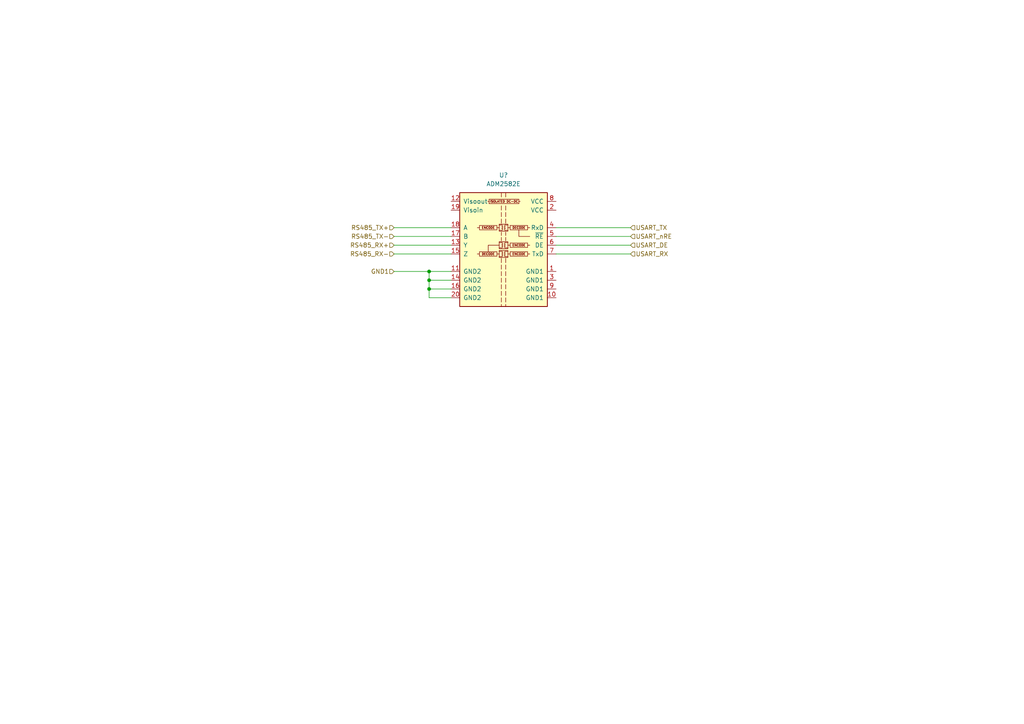
<source format=kicad_sch>
(kicad_sch (version 20211123) (generator eeschema)
  (paper "A4")
  (lib_symbols
    (symbol "Interface_UART:ADM2582E" (pin_names (offset 1.016))
      (property "Reference" "U" (at 0 21.59 0))
      (property "Value" "ADM2582E" (at 0 19.05 0))
      (symbol "ADM2582E_0_0"
        (rectangle (start -1.905 0.635) (end -6.985 -0.635))
        (rectangle (start -1.27 1.016) (end 1.27 -1.016))
        (rectangle (start -1.27 3.556) (end 1.27 1.524))
        (rectangle (start -1.27 8.636) (end 1.27 6.604))
        (arc (start -0.508 -0.762) (mid -0.254 -0.508) (end -0.508 -0.254))
        (arc (start -0.508 -0.254) (mid -0.254 0) (end -0.508 0.254))
        (arc (start -0.508 0.254) (mid -0.254 0.508) (end -0.508 0.762))
        (arc (start -0.508 1.778) (mid -0.254 2.032) (end -0.508 2.286))
        (arc (start -0.508 2.286) (mid -0.254 2.54) (end -0.508 2.794))
        (arc (start -0.508 2.794) (mid -0.254 3.048) (end -0.508 3.302))
        (arc (start -0.508 6.858) (mid -0.254 7.112) (end -0.508 7.366))
        (arc (start -0.508 7.366) (mid -0.254 7.62) (end -0.508 7.874))
        (arc (start -0.508 7.874) (mid -0.254 8.128) (end -0.508 8.382))
        (polyline (pts (xy -6.985 0) (xy -7.62 0)))
        (polyline (pts (xy -6.985 2.54) (xy -7.62 2.54)))
        (polyline (pts (xy -6.985 7.62) (xy -7.62 7.62)))
        (polyline (pts (xy -4.445 14.605) (xy 4.191 14.605)))
        (polyline (pts (xy -4.445 15.24) (xy -4.826 15.24)))
        (polyline (pts (xy -4.445 15.875) (xy -4.445 14.605)))
        (polyline (pts (xy -1.905 0) (xy -1.27 0)))
        (polyline (pts (xy -1.905 2.54) (xy -1.27 2.54)))
        (polyline (pts (xy -1.905 7.62) (xy -1.27 7.62)))
        (polyline (pts (xy -1.27 -0.762) (xy -0.508 -0.762)))
        (polyline (pts (xy -1.27 0.762) (xy -0.508 0.762)))
        (polyline (pts (xy -1.27 1.778) (xy -0.508 1.778)))
        (polyline (pts (xy -1.27 3.302) (xy -0.508 3.302)))
        (polyline (pts (xy -1.27 6.858) (xy -0.508 6.858)))
        (polyline (pts (xy -1.27 8.382) (xy -0.508 8.382)))
        (polyline (pts (xy -0.635 -14.605) (xy -0.635 -15.24)))
        (polyline (pts (xy -0.635 -12.7) (xy -0.635 -13.97)))
        (polyline (pts (xy -0.635 -10.795) (xy -0.635 -12.065)))
        (polyline (pts (xy -0.635 -8.89) (xy -0.635 -10.16)))
        (polyline (pts (xy -0.635 -6.985) (xy -0.635 -8.255)))
        (polyline (pts (xy -0.635 -5.08) (xy -0.635 -6.35)))
        (polyline (pts (xy -0.635 -3.175) (xy -0.635 -4.445)))
        (polyline (pts (xy -0.635 -1.27) (xy -0.635 -2.54)))
        (polyline (pts (xy -0.635 4.826) (xy -0.635 3.81)))
        (polyline (pts (xy -0.635 6.35) (xy -0.635 5.334)))
        (polyline (pts (xy -0.635 8.89) (xy -0.635 10.16)))
        (polyline (pts (xy -0.635 10.795) (xy -0.635 12.065)))
        (polyline (pts (xy -0.635 12.7) (xy -0.635 13.97)))
        (polyline (pts (xy -0.635 17.78) (xy -0.635 16.51)))
        (polyline (pts (xy 0.635 -14.605) (xy 0.635 -15.24)))
        (polyline (pts (xy 0.635 -12.7) (xy 0.635 -13.97)))
        (polyline (pts (xy 0.635 -10.795) (xy 0.635 -12.065)))
        (polyline (pts (xy 0.635 -8.89) (xy 0.635 -10.16)))
        (polyline (pts (xy 0.635 -6.985) (xy 0.635 -8.255)))
        (polyline (pts (xy 0.635 -5.08) (xy 0.635 -6.35)))
        (polyline (pts (xy 0.635 -3.175) (xy 0.635 -4.445)))
        (polyline (pts (xy 0.635 -1.27) (xy 0.635 -2.54)))
        (polyline (pts (xy 0.635 3.81) (xy 0.635 4.826)))
        (polyline (pts (xy 0.635 6.35) (xy 0.635 5.334)))
        (polyline (pts (xy 0.635 8.89) (xy 0.635 10.16)))
        (polyline (pts (xy 0.635 12.065) (xy 0.635 10.795)))
        (polyline (pts (xy 0.635 13.97) (xy 0.635 12.7)))
        (polyline (pts (xy 0.635 17.78) (xy 0.635 16.51)))
        (polyline (pts (xy 1.27 -0.762) (xy 0.508 -0.762)))
        (polyline (pts (xy 1.27 0.762) (xy 0.508 0.762)))
        (polyline (pts (xy 1.27 1.778) (xy 0.508 1.778)))
        (polyline (pts (xy 1.27 3.302) (xy 0.508 3.302)))
        (polyline (pts (xy 1.27 6.858) (xy 0.508 6.858)))
        (polyline (pts (xy 1.27 8.382) (xy 0.508 8.382)))
        (polyline (pts (xy 1.905 0) (xy 1.27 0)))
        (polyline (pts (xy 1.905 7.62) (xy 1.27 7.62)))
        (polyline (pts (xy 4.191 15.24) (xy 4.572 15.24)))
        (polyline (pts (xy 4.191 15.875) (xy -4.445 15.875)))
        (polyline (pts (xy 4.191 15.875) (xy 4.191 14.605)))
        (polyline (pts (xy 6.985 0) (xy 7.62 0)))
        (polyline (pts (xy 6.985 7.62) (xy 7.62 7.62)))
        (arc (start 0.508 -0.254) (mid 0.254 -0.508) (end 0.508 -0.762))
        (arc (start 0.508 0.254) (mid 0.254 0) (end 0.508 -0.254))
        (arc (start 0.508 0.762) (mid 0.254 0.508) (end 0.508 0.254))
        (arc (start 0.508 2.286) (mid 0.254 2.032) (end 0.508 1.778))
        (arc (start 0.508 2.794) (mid 0.254 2.54) (end 0.508 2.286))
        (arc (start 0.508 3.302) (mid 0.254 3.048) (end 0.508 2.794))
        (arc (start 0.508 7.366) (mid 0.254 7.112) (end 0.508 6.858))
        (arc (start 0.508 7.874) (mid 0.254 7.62) (end 0.508 7.366))
        (arc (start 0.508 8.382) (mid 0.254 8.128) (end 0.508 7.874))
        (rectangle (start 1.905 0.635) (end 6.985 -0.635))
        (rectangle (start 1.905 8.255) (end 6.985 6.985))
        (text "DECODE" (at -4.445 7.62 0) (effects (font (size 0.635 0.635))))
        (text "DECODE" (at 4.445 0 0) (effects (font (size 0.635 0.635))))
        (text "ENCODE" (at -4.445 0 0) (effects (font (size 0.635 0.635))))
        (text "ENCODE" (at -4.445 2.54 0) (effects (font (size 0.635 0.635))))
        (text "ENCODE" (at 4.445 7.62 0) (effects (font (size 0.635 0.635))))
        (text "ISOLATED DC-DC" (at -0.127 15.24 0) (effects (font (size 0.635 0.635))))
      )
      (symbol "ADM2582E_0_1"
        (rectangle (start -12.7 17.78) (end 12.7 -15.24) (stroke (width 0.254)) (fill (type background)))
        (rectangle (start -1.905 3.175) (end -6.985 1.905))
        (rectangle (start -1.905 8.255) (end -6.985 6.985))
        (polyline (pts (xy -7.62 5.08) (xy -4.445 5.08) (xy -4.445 6.985)))
        (polyline (pts (xy 1.27 2.54) (xy 4.445 2.54) (xy 4.445 0.635)))
      )
      (symbol "ADM2582E_1_1"
        (pin power_in line (at -15.24 -5.08 0) (length 2.54) (name "GND1") (number "1"))
        (pin power_in line (at -15.24 -12.7 0) (length 2.54) (name "GND1") (number "10"))
        (pin power_in line (at 15.24 -5.08 180) (length 2.54) (name "GND2") (number "11"))
        (pin power_out line (at 15.24 15.24 180) (length 2.54) (name "Visoout") (number "12"))
        (pin output line (at 15.24 2.54 180) (length 2.54) (name "Y") (number "13"))
        (pin power_in line (at 15.24 -7.62 180) (length 2.54) (name "GND2") (number "14"))
        (pin output line (at 15.24 0 180) (length 2.54) (name "Z") (number "15"))
        (pin power_in line (at 15.24 -10.16 180) (length 2.54) (name "GND2") (number "16"))
        (pin input line (at 15.24 5.08 180) (length 2.54) (name "B") (number "17"))
        (pin input line (at 15.24 7.62 180) (length 2.54) (name "A") (number "18"))
        (pin power_in line (at 15.24 12.7 180) (length 2.54) (name "Visoin") (number "19"))
        (pin power_in line (at -15.24 12.7 0) (length 2.54) (name "VCC") (number "2"))
        (pin power_in line (at 15.24 -12.7 180) (length 2.54) (name "GND2") (number "20"))
        (pin power_in line (at -15.24 -7.62 0) (length 2.54) (name "GND1") (number "3"))
        (pin output line (at -15.24 7.62 0) (length 2.54) (name "RxD") (number "4"))
        (pin input line (at -15.24 5.08 0) (length 2.54) (name "~{RE}") (number "5"))
        (pin input line (at -15.24 2.54 0) (length 2.54) (name "DE") (number "6"))
        (pin input line (at -15.24 0 0) (length 2.54) (name "TxD") (number "7"))
        (pin power_in line (at -15.24 15.24 0) (length 2.54) (name "VCC") (number "8"))
        (pin power_in line (at -15.24 -10.16 0) (length 2.54) (name "GND1") (number "9"))
      )
    )
  )
  (junction (at 124.46 81.28))
  (junction (at 124.46 83.82))
  (junction (at 124.46 78.74))
  (wire (pts (xy 114.3 73.66) (xy 130.81 73.66)))
  (wire (pts (xy 161.29 66.04) (xy 182.88 66.04)))
  (wire (pts (xy 114.3 78.74) (xy 124.46 78.74)))
  (wire (pts (xy 161.29 68.58) (xy 182.88 68.58)))
  (wire (pts (xy 124.46 81.28) (xy 124.46 83.82)))
  (wire (pts (xy 114.3 68.58) (xy 130.81 68.58)))
  (wire (pts (xy 161.29 73.66) (xy 182.88 73.66)))
  (wire (pts (xy 124.46 78.74) (xy 124.46 81.28)))
  (wire (pts (xy 124.46 81.28) (xy 130.81 81.28)))
  (wire (pts (xy 124.46 86.36) (xy 130.81 86.36)))
  (wire (pts (xy 161.29 71.12) (xy 182.88 71.12)))
  (wire (pts (xy 130.81 78.74) (xy 124.46 78.74)))
  (wire (pts (xy 124.46 83.82) (xy 130.81 83.82)))
  (wire (pts (xy 114.3 71.12) (xy 130.81 71.12)))
  (wire (pts (xy 124.46 83.82) (xy 124.46 86.36)))
  (wire (pts (xy 114.3 66.04) (xy 130.81 66.04)))
  (hierarchical_label "RS485_RX-" (shape input) (at 114.3 73.66 180))
  (hierarchical_label "USART_nRE" (shape input) (at 182.88 68.58 0))
  (hierarchical_label "USART_TX" (shape input) (at 182.88 66.04 0))
  (hierarchical_label "RS485_TX-" (shape input) (at 114.3 68.58 180))
  (hierarchical_label "GND1" (shape input) (at 114.3 78.74 180))
  (hierarchical_label "USART_DE" (shape input) (at 182.8786 71.12 0))
  (hierarchical_label "USART_RX" (shape input) (at 182.88 73.66 0))
  (hierarchical_label "RS485_RX+" (shape input) (at 114.3 71.12 180))
  (hierarchical_label "RS485_TX+" (shape input) (at 114.3 66.04 180))
  (symbol (lib_id "Interface_UART:ADM2582E") (at 146.05 73.66 0) (mirror y) (unit 1)
    (property "Reference" "U?" (at 146.05 50.8 0))
    (property "Value" "ADM2582E" (at 146.05 53.34 0))
    (property "Footprint" "Package_SO:SOIC-20W_7.5x12.8mm_P1.27mm" (effects hide))
    (property "Datasheet" "www.analog.com/media/en/technical-documentation/data-sheets/ADM2582E_2587E.pdf" (effects hide))
  )
)
</source>
